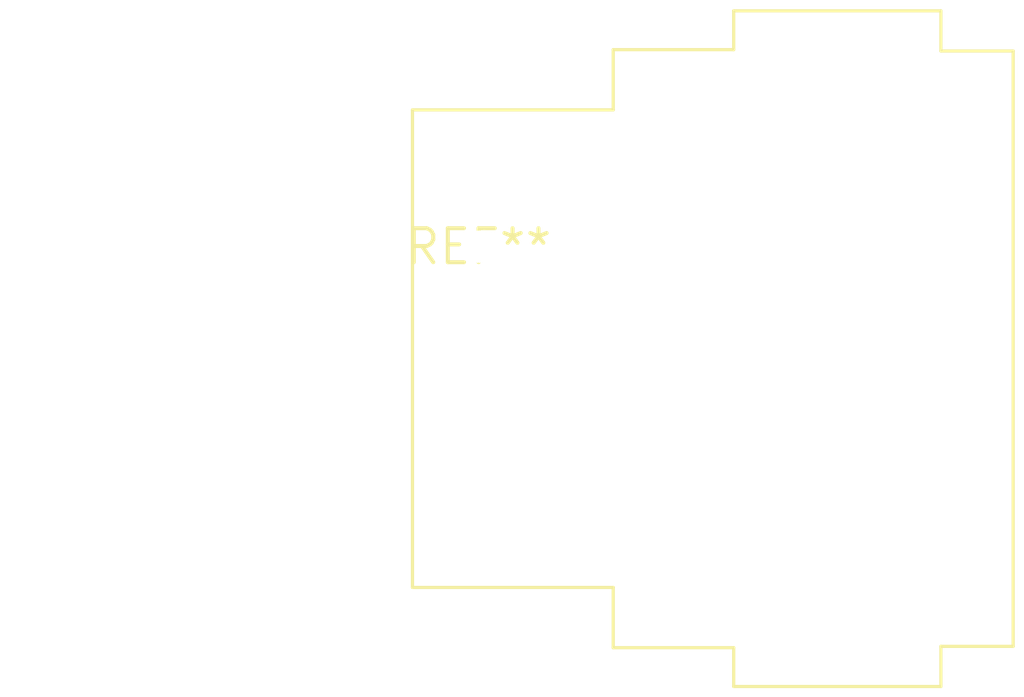
<source format=kicad_pcb>
(kicad_pcb (version 20240108) (generator pcbnew)
  (layers (0 "F.Cu" signal) (31 "B.Cu" signal) (34 "B.Paste" user) (35 "F.Paste" user) (36 "B.SilkS" user "B.Silkscreen") (37 "F.SilkS" user "F.Silkscreen") (38 "B.Mask" user) (39 "F.Mask" user) (44 "Edge.Cuts" user))
  (net 0 "")
  (footprint "Jack_XLR_Neutrik_NC4FBH_Horizontal" (layer "F.Cu") (at 0 0)
    (property "Reference" "REF**")
    (property "Value" "Jack_XLR_Neutrik_NC4FBH_Horizontal")
    (fp_line (start -2.47 -5.11) (end -2.47 12.73) (layer "F.SilkS") (stroke (width 0.12)))
    (fp_line (start 5.03 -5.11) (end -2.47 -5.11) (layer "F.SilkS") (stroke (width 0.12)))
    (fp_line (start 5.03 -5.11) (end 5.03 -7.36) (layer "F.SilkS") (stroke (width 0.12)))
    (fp_line (start 5.03 12.73) (end -2.47 12.73) (layer "F.SilkS") (stroke (width 0.12)))
    (fp_line (start 5.03 12.73) (end 5.03 14.98) (layer "F.SilkS") (stroke (width 0.12)))
    (fp_line (start 9.53 -7.36) (end 5.03 -7.36) (layer "F.SilkS") (stroke (width 0.12)))
    (fp_line (start 9.53 -7.36) (end 9.53 -8.81) (layer "F.SilkS") (stroke (width 0.12)))
    (fp_line (start 9.53 14.98) (end 5.03 14.98) (layer "F.SilkS") (stroke (width 0.12)))
    (fp_line (start 9.53 16.43) (end 9.53 14.98) (layer "F.SilkS") (stroke (width 0.12)))
    (fp_line (start 17.27 -8.81) (end 9.53 -8.81) (layer "F.SilkS") (stroke (width 0.12)))
    (fp_line (start 17.27 -8.81) (end 17.27 -7.31) (layer "F.SilkS") (stroke (width 0.12)))
    (fp_line (start 17.27 -7.31) (end 19.97 -7.31) (layer "F.SilkS") (stroke (width 0.12)))
    (fp_line (start 17.27 14.93) (end 17.27 16.43) (layer "F.SilkS") (stroke (width 0.12)))
    (fp_line (start 17.27 14.93) (end 19.97 14.93) (layer "F.SilkS") (stroke (width 0.12)))
    (fp_line (start 17.27 16.43) (end 9.53 16.43) (layer "F.SilkS") (stroke (width 0.12)))
    (fp_line (start 19.97 -7.31) (end 19.97 14.93) (layer "F.SilkS") (stroke (width 0.12)))
    (pad "" np_thru_hole circle (at 8.26 7.62) (size 1.6 1.6) (drill 1.6) (layers *.Cu *.Mask))
    (pad "" np_thru_hole circle (at 13.34 0) (size 1.6 1.6) (drill 1.6) (layers *.Cu *.Mask))
    (pad "1" thru_hole circle (at 0 0) (size 2.9 2.9) (drill 1.2) (layers *.Cu *.Mask) (remove_unused_layers))
    (pad "2" thru_hole circle (at 3.815 0) (size 3.4 3.4) (drill 1.6) (layers *.Cu *.Mask) (remove_unused_layers))
    (pad "3" thru_hole circle (at 3.815 7.62) (size 3.4 3.4) (drill 1.6) (layers *.Cu *.Mask) (remove_unused_layers))
    (pad "4" thru_hole circle (at 0 7.62) (size 2.9 2.9) (drill 1.2) (layers *.Cu *.Mask) (remove_unused_layers))
    (pad "G" thru_hole circle (at 10.17 -4.44) (size 2.9 2.9) (drill 1.2) (layers *.Cu *.Mask) (remove_unused_layers))
  )
)
</source>
